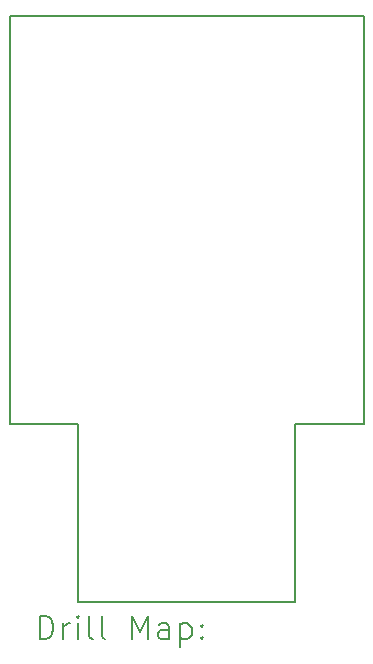
<source format=gbr>
%TF.GenerationSoftware,KiCad,Pcbnew,7.0.7*%
%TF.CreationDate,2024-03-02T19:00:13-05:00*%
%TF.ProjectId,BBAMemCardPCB,4242414d-656d-4436-9172-645043422e6b,rev?*%
%TF.SameCoordinates,Original*%
%TF.FileFunction,Drillmap*%
%TF.FilePolarity,Positive*%
%FSLAX45Y45*%
G04 Gerber Fmt 4.5, Leading zero omitted, Abs format (unit mm)*
G04 Created by KiCad (PCBNEW 7.0.7) date 2024-03-02 19:00:13*
%MOMM*%
%LPD*%
G01*
G04 APERTURE LIST*
%ADD10C,0.127000*%
%ADD11C,0.200000*%
G04 APERTURE END LIST*
D10*
X15419070Y-7331964D02*
X12419076Y-7331964D01*
X14839188Y-10782046D02*
X15419070Y-10782046D01*
X15419070Y-10782046D02*
X15419070Y-7331964D01*
X12999212Y-12285980D02*
X14839188Y-12285980D01*
X12419076Y-10782046D02*
X12999212Y-10782046D01*
X12999212Y-10782046D02*
X12999212Y-12285980D01*
X14839188Y-12285980D02*
X14839188Y-10782046D01*
X12419076Y-7331964D02*
X12419076Y-10782046D01*
D11*
X12673503Y-12603814D02*
X12673503Y-12403814D01*
X12673503Y-12403814D02*
X12721122Y-12403814D01*
X12721122Y-12403814D02*
X12749693Y-12413338D01*
X12749693Y-12413338D02*
X12768741Y-12432385D01*
X12768741Y-12432385D02*
X12778265Y-12451433D01*
X12778265Y-12451433D02*
X12787788Y-12489528D01*
X12787788Y-12489528D02*
X12787788Y-12518099D01*
X12787788Y-12518099D02*
X12778265Y-12556195D01*
X12778265Y-12556195D02*
X12768741Y-12575242D01*
X12768741Y-12575242D02*
X12749693Y-12594290D01*
X12749693Y-12594290D02*
X12721122Y-12603814D01*
X12721122Y-12603814D02*
X12673503Y-12603814D01*
X12873503Y-12603814D02*
X12873503Y-12470480D01*
X12873503Y-12508576D02*
X12883027Y-12489528D01*
X12883027Y-12489528D02*
X12892550Y-12480004D01*
X12892550Y-12480004D02*
X12911598Y-12470480D01*
X12911598Y-12470480D02*
X12930646Y-12470480D01*
X12997312Y-12603814D02*
X12997312Y-12470480D01*
X12997312Y-12403814D02*
X12987788Y-12413338D01*
X12987788Y-12413338D02*
X12997312Y-12422861D01*
X12997312Y-12422861D02*
X13006836Y-12413338D01*
X13006836Y-12413338D02*
X12997312Y-12403814D01*
X12997312Y-12403814D02*
X12997312Y-12422861D01*
X13121122Y-12603814D02*
X13102074Y-12594290D01*
X13102074Y-12594290D02*
X13092550Y-12575242D01*
X13092550Y-12575242D02*
X13092550Y-12403814D01*
X13225884Y-12603814D02*
X13206836Y-12594290D01*
X13206836Y-12594290D02*
X13197312Y-12575242D01*
X13197312Y-12575242D02*
X13197312Y-12403814D01*
X13454455Y-12603814D02*
X13454455Y-12403814D01*
X13454455Y-12403814D02*
X13521122Y-12546671D01*
X13521122Y-12546671D02*
X13587788Y-12403814D01*
X13587788Y-12403814D02*
X13587788Y-12603814D01*
X13768741Y-12603814D02*
X13768741Y-12499052D01*
X13768741Y-12499052D02*
X13759217Y-12480004D01*
X13759217Y-12480004D02*
X13740169Y-12470480D01*
X13740169Y-12470480D02*
X13702074Y-12470480D01*
X13702074Y-12470480D02*
X13683027Y-12480004D01*
X13768741Y-12594290D02*
X13749693Y-12603814D01*
X13749693Y-12603814D02*
X13702074Y-12603814D01*
X13702074Y-12603814D02*
X13683027Y-12594290D01*
X13683027Y-12594290D02*
X13673503Y-12575242D01*
X13673503Y-12575242D02*
X13673503Y-12556195D01*
X13673503Y-12556195D02*
X13683027Y-12537147D01*
X13683027Y-12537147D02*
X13702074Y-12527623D01*
X13702074Y-12527623D02*
X13749693Y-12527623D01*
X13749693Y-12527623D02*
X13768741Y-12518099D01*
X13863979Y-12470480D02*
X13863979Y-12670480D01*
X13863979Y-12480004D02*
X13883027Y-12470480D01*
X13883027Y-12470480D02*
X13921122Y-12470480D01*
X13921122Y-12470480D02*
X13940169Y-12480004D01*
X13940169Y-12480004D02*
X13949693Y-12489528D01*
X13949693Y-12489528D02*
X13959217Y-12508576D01*
X13959217Y-12508576D02*
X13959217Y-12565718D01*
X13959217Y-12565718D02*
X13949693Y-12584766D01*
X13949693Y-12584766D02*
X13940169Y-12594290D01*
X13940169Y-12594290D02*
X13921122Y-12603814D01*
X13921122Y-12603814D02*
X13883027Y-12603814D01*
X13883027Y-12603814D02*
X13863979Y-12594290D01*
X14044931Y-12584766D02*
X14054455Y-12594290D01*
X14054455Y-12594290D02*
X14044931Y-12603814D01*
X14044931Y-12603814D02*
X14035408Y-12594290D01*
X14035408Y-12594290D02*
X14044931Y-12584766D01*
X14044931Y-12584766D02*
X14044931Y-12603814D01*
X14044931Y-12480004D02*
X14054455Y-12489528D01*
X14054455Y-12489528D02*
X14044931Y-12499052D01*
X14044931Y-12499052D02*
X14035408Y-12489528D01*
X14035408Y-12489528D02*
X14044931Y-12480004D01*
X14044931Y-12480004D02*
X14044931Y-12499052D01*
M02*

</source>
